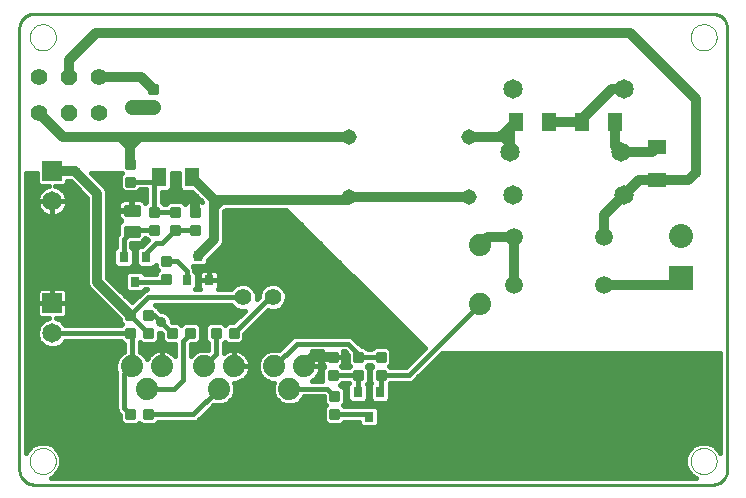
<source format=gtl>
G75*
G70*
%OFA0B0*%
%FSLAX24Y24*%
%IPPOS*%
%LPD*%
%AMOC8*
5,1,8,0,0,1.08239X$1,22.5*
%
%ADD10C,0.0100*%
%ADD11C,0.0000*%
%ADD12R,0.0315X0.0354*%
%ADD13C,0.0650*%
%ADD14C,0.0740*%
%ADD15C,0.0087*%
%ADD16R,0.0500X0.0600*%
%ADD17R,0.0600X0.0500*%
%ADD18C,0.0594*%
%ADD19C,0.0560*%
%ADD20R,0.0650X0.0650*%
%ADD21OC8,0.0560*%
%ADD22C,0.0516*%
%ADD23R,0.0800X0.0800*%
%ADD24C,0.0800*%
%ADD25C,0.0160*%
%ADD26C,0.0320*%
%ADD27C,0.0350*%
%ADD28C,0.0500*%
D10*
X001387Y001081D02*
X023987Y001081D01*
X024031Y001083D01*
X024074Y001089D01*
X024116Y001098D01*
X024158Y001111D01*
X024198Y001128D01*
X024237Y001148D01*
X024274Y001171D01*
X024308Y001198D01*
X024341Y001227D01*
X024370Y001260D01*
X024397Y001294D01*
X024420Y001331D01*
X024440Y001370D01*
X024457Y001410D01*
X024470Y001452D01*
X024479Y001494D01*
X024485Y001537D01*
X024487Y001581D01*
X024487Y016281D01*
X024485Y016325D01*
X024479Y016368D01*
X024470Y016410D01*
X024457Y016452D01*
X024440Y016492D01*
X024420Y016531D01*
X024397Y016568D01*
X024370Y016602D01*
X024341Y016635D01*
X024308Y016664D01*
X024274Y016691D01*
X024237Y016714D01*
X024198Y016734D01*
X024158Y016751D01*
X024116Y016764D01*
X024074Y016773D01*
X024031Y016779D01*
X023987Y016781D01*
X001387Y016781D01*
X001343Y016779D01*
X001300Y016773D01*
X001258Y016764D01*
X001216Y016751D01*
X001176Y016734D01*
X001137Y016714D01*
X001100Y016691D01*
X001066Y016664D01*
X001033Y016635D01*
X001004Y016602D01*
X000977Y016568D01*
X000954Y016531D01*
X000934Y016492D01*
X000917Y016452D01*
X000904Y016410D01*
X000895Y016368D01*
X000889Y016325D01*
X000887Y016281D01*
X000887Y001581D01*
X000889Y001537D01*
X000895Y001494D01*
X000904Y001452D01*
X000917Y001410D01*
X000934Y001370D01*
X000954Y001331D01*
X000977Y001294D01*
X001004Y001260D01*
X001033Y001227D01*
X001066Y001198D01*
X001100Y001171D01*
X001137Y001148D01*
X001176Y001128D01*
X001216Y001111D01*
X001258Y001098D01*
X001300Y001089D01*
X001343Y001083D01*
X001387Y001081D01*
X004412Y009381D02*
X004412Y009681D01*
X004862Y009681D01*
X004862Y009381D01*
X004412Y009381D01*
X004412Y009480D02*
X004862Y009480D01*
X004862Y009579D02*
X004412Y009579D01*
X004412Y009678D02*
X004862Y009678D01*
X004412Y010081D02*
X004412Y010381D01*
X004862Y010381D01*
X004862Y010081D01*
X004412Y010081D01*
X004412Y010180D02*
X004862Y010180D01*
X004862Y010279D02*
X004412Y010279D01*
X004412Y010378D02*
X004862Y010378D01*
D11*
X001241Y015994D02*
X001243Y016035D01*
X001249Y016076D01*
X001259Y016116D01*
X001272Y016155D01*
X001289Y016192D01*
X001310Y016228D01*
X001334Y016262D01*
X001361Y016293D01*
X001390Y016321D01*
X001423Y016347D01*
X001457Y016369D01*
X001494Y016388D01*
X001532Y016403D01*
X001572Y016415D01*
X001612Y016423D01*
X001653Y016427D01*
X001695Y016427D01*
X001736Y016423D01*
X001776Y016415D01*
X001816Y016403D01*
X001854Y016388D01*
X001890Y016369D01*
X001925Y016347D01*
X001958Y016321D01*
X001987Y016293D01*
X002014Y016262D01*
X002038Y016228D01*
X002059Y016192D01*
X002076Y016155D01*
X002089Y016116D01*
X002099Y016076D01*
X002105Y016035D01*
X002107Y015994D01*
X002105Y015953D01*
X002099Y015912D01*
X002089Y015872D01*
X002076Y015833D01*
X002059Y015796D01*
X002038Y015760D01*
X002014Y015726D01*
X001987Y015695D01*
X001958Y015667D01*
X001925Y015641D01*
X001891Y015619D01*
X001854Y015600D01*
X001816Y015585D01*
X001776Y015573D01*
X001736Y015565D01*
X001695Y015561D01*
X001653Y015561D01*
X001612Y015565D01*
X001572Y015573D01*
X001532Y015585D01*
X001494Y015600D01*
X001458Y015619D01*
X001423Y015641D01*
X001390Y015667D01*
X001361Y015695D01*
X001334Y015726D01*
X001310Y015760D01*
X001289Y015796D01*
X001272Y015833D01*
X001259Y015872D01*
X001249Y015912D01*
X001243Y015953D01*
X001241Y015994D01*
X023266Y015994D02*
X023268Y016035D01*
X023274Y016076D01*
X023284Y016116D01*
X023297Y016155D01*
X023314Y016192D01*
X023335Y016228D01*
X023359Y016262D01*
X023386Y016293D01*
X023415Y016321D01*
X023448Y016347D01*
X023482Y016369D01*
X023519Y016388D01*
X023557Y016403D01*
X023597Y016415D01*
X023637Y016423D01*
X023678Y016427D01*
X023720Y016427D01*
X023761Y016423D01*
X023801Y016415D01*
X023841Y016403D01*
X023879Y016388D01*
X023915Y016369D01*
X023950Y016347D01*
X023983Y016321D01*
X024012Y016293D01*
X024039Y016262D01*
X024063Y016228D01*
X024084Y016192D01*
X024101Y016155D01*
X024114Y016116D01*
X024124Y016076D01*
X024130Y016035D01*
X024132Y015994D01*
X024130Y015953D01*
X024124Y015912D01*
X024114Y015872D01*
X024101Y015833D01*
X024084Y015796D01*
X024063Y015760D01*
X024039Y015726D01*
X024012Y015695D01*
X023983Y015667D01*
X023950Y015641D01*
X023916Y015619D01*
X023879Y015600D01*
X023841Y015585D01*
X023801Y015573D01*
X023761Y015565D01*
X023720Y015561D01*
X023678Y015561D01*
X023637Y015565D01*
X023597Y015573D01*
X023557Y015585D01*
X023519Y015600D01*
X023483Y015619D01*
X023448Y015641D01*
X023415Y015667D01*
X023386Y015695D01*
X023359Y015726D01*
X023335Y015760D01*
X023314Y015796D01*
X023297Y015833D01*
X023284Y015872D01*
X023274Y015912D01*
X023268Y015953D01*
X023266Y015994D01*
X023266Y001868D02*
X023268Y001909D01*
X023274Y001950D01*
X023284Y001990D01*
X023297Y002029D01*
X023314Y002066D01*
X023335Y002102D01*
X023359Y002136D01*
X023386Y002167D01*
X023415Y002195D01*
X023448Y002221D01*
X023482Y002243D01*
X023519Y002262D01*
X023557Y002277D01*
X023597Y002289D01*
X023637Y002297D01*
X023678Y002301D01*
X023720Y002301D01*
X023761Y002297D01*
X023801Y002289D01*
X023841Y002277D01*
X023879Y002262D01*
X023915Y002243D01*
X023950Y002221D01*
X023983Y002195D01*
X024012Y002167D01*
X024039Y002136D01*
X024063Y002102D01*
X024084Y002066D01*
X024101Y002029D01*
X024114Y001990D01*
X024124Y001950D01*
X024130Y001909D01*
X024132Y001868D01*
X024130Y001827D01*
X024124Y001786D01*
X024114Y001746D01*
X024101Y001707D01*
X024084Y001670D01*
X024063Y001634D01*
X024039Y001600D01*
X024012Y001569D01*
X023983Y001541D01*
X023950Y001515D01*
X023916Y001493D01*
X023879Y001474D01*
X023841Y001459D01*
X023801Y001447D01*
X023761Y001439D01*
X023720Y001435D01*
X023678Y001435D01*
X023637Y001439D01*
X023597Y001447D01*
X023557Y001459D01*
X023519Y001474D01*
X023483Y001493D01*
X023448Y001515D01*
X023415Y001541D01*
X023386Y001569D01*
X023359Y001600D01*
X023335Y001634D01*
X023314Y001670D01*
X023297Y001707D01*
X023284Y001746D01*
X023274Y001786D01*
X023268Y001827D01*
X023266Y001868D01*
X001241Y001868D02*
X001243Y001909D01*
X001249Y001950D01*
X001259Y001990D01*
X001272Y002029D01*
X001289Y002066D01*
X001310Y002102D01*
X001334Y002136D01*
X001361Y002167D01*
X001390Y002195D01*
X001423Y002221D01*
X001457Y002243D01*
X001494Y002262D01*
X001532Y002277D01*
X001572Y002289D01*
X001612Y002297D01*
X001653Y002301D01*
X001695Y002301D01*
X001736Y002297D01*
X001776Y002289D01*
X001816Y002277D01*
X001854Y002262D01*
X001890Y002243D01*
X001925Y002221D01*
X001958Y002195D01*
X001987Y002167D01*
X002014Y002136D01*
X002038Y002102D01*
X002059Y002066D01*
X002076Y002029D01*
X002089Y001990D01*
X002099Y001950D01*
X002105Y001909D01*
X002107Y001868D01*
X002105Y001827D01*
X002099Y001786D01*
X002089Y001746D01*
X002076Y001707D01*
X002059Y001670D01*
X002038Y001634D01*
X002014Y001600D01*
X001987Y001569D01*
X001958Y001541D01*
X001925Y001515D01*
X001891Y001493D01*
X001854Y001474D01*
X001816Y001459D01*
X001776Y001447D01*
X001736Y001439D01*
X001695Y001435D01*
X001653Y001435D01*
X001612Y001439D01*
X001572Y001447D01*
X001532Y001459D01*
X001494Y001474D01*
X001458Y001493D01*
X001423Y001515D01*
X001390Y001541D01*
X001361Y001569D01*
X001334Y001600D01*
X001310Y001634D01*
X001289Y001670D01*
X001272Y001707D01*
X001259Y001746D01*
X001249Y001786D01*
X001243Y001827D01*
X001241Y001868D01*
D12*
X012163Y004175D03*
X012911Y004175D03*
X012537Y003348D03*
X007211Y007887D03*
X006463Y007887D03*
X004737Y007848D03*
X005111Y008675D03*
X004363Y008675D03*
X006837Y008714D03*
D13*
X001987Y010531D03*
X001987Y006131D03*
X017337Y010731D03*
X017237Y012181D03*
X020937Y012181D03*
X021037Y010731D03*
X021037Y014281D03*
X017337Y014281D03*
D14*
X016237Y009065D03*
X016237Y007097D03*
X010387Y005031D03*
X009387Y005031D03*
X008037Y005031D03*
X007037Y005031D03*
X005637Y005031D03*
X004637Y005031D03*
X005137Y004281D03*
X007537Y004281D03*
X009887Y004281D03*
D15*
X011205Y004599D02*
X011205Y004863D01*
X011469Y004863D01*
X011469Y004599D01*
X011205Y004599D01*
X011205Y004685D02*
X011469Y004685D01*
X011469Y004771D02*
X011205Y004771D01*
X011205Y004857D02*
X011469Y004857D01*
X012319Y004863D02*
X012319Y004599D01*
X012055Y004599D01*
X012055Y004863D01*
X012319Y004863D01*
X012319Y004685D02*
X012055Y004685D01*
X012055Y004771D02*
X012319Y004771D01*
X012319Y004857D02*
X012055Y004857D01*
X013069Y004863D02*
X013069Y004599D01*
X012805Y004599D01*
X012805Y004863D01*
X013069Y004863D01*
X013069Y004685D02*
X012805Y004685D01*
X012805Y004771D02*
X013069Y004771D01*
X013069Y004857D02*
X012805Y004857D01*
X013069Y005199D02*
X013069Y005463D01*
X013069Y005199D02*
X012805Y005199D01*
X012805Y005463D01*
X013069Y005463D01*
X013069Y005285D02*
X012805Y005285D01*
X012805Y005371D02*
X013069Y005371D01*
X013069Y005457D02*
X012805Y005457D01*
X012319Y005463D02*
X012319Y005199D01*
X012055Y005199D01*
X012055Y005463D01*
X012319Y005463D01*
X012319Y005285D02*
X012055Y005285D01*
X012055Y005371D02*
X012319Y005371D01*
X012319Y005457D02*
X012055Y005457D01*
X011205Y005463D02*
X011205Y005199D01*
X011205Y005463D02*
X011469Y005463D01*
X011469Y005199D01*
X011205Y005199D01*
X011205Y005285D02*
X011469Y005285D01*
X011469Y005371D02*
X011205Y005371D01*
X011205Y005457D02*
X011469Y005457D01*
X008169Y005999D02*
X007905Y005999D01*
X007905Y006263D01*
X008169Y006263D01*
X008169Y005999D01*
X008169Y006085D02*
X007905Y006085D01*
X007905Y006171D02*
X008169Y006171D01*
X008169Y006257D02*
X007905Y006257D01*
X007569Y005999D02*
X007305Y005999D01*
X007305Y006263D01*
X007569Y006263D01*
X007569Y005999D01*
X007569Y006085D02*
X007305Y006085D01*
X007305Y006171D02*
X007569Y006171D01*
X007569Y006257D02*
X007305Y006257D01*
X006719Y006263D02*
X006455Y006263D01*
X006719Y006263D02*
X006719Y005999D01*
X006455Y005999D01*
X006455Y006263D01*
X006455Y006085D02*
X006719Y006085D01*
X006719Y006171D02*
X006455Y006171D01*
X006455Y006257D02*
X006719Y006257D01*
X006119Y006263D02*
X005855Y006263D01*
X006119Y006263D02*
X006119Y005999D01*
X005855Y005999D01*
X005855Y006263D01*
X005855Y006085D02*
X006119Y006085D01*
X006119Y006171D02*
X005855Y006171D01*
X005855Y006257D02*
X006119Y006257D01*
X005319Y006263D02*
X005055Y006263D01*
X005319Y006263D02*
X005319Y005999D01*
X005055Y005999D01*
X005055Y006263D01*
X005055Y006085D02*
X005319Y006085D01*
X005319Y006171D02*
X005055Y006171D01*
X005055Y006257D02*
X005319Y006257D01*
X004719Y006263D02*
X004455Y006263D01*
X004719Y006263D02*
X004719Y005999D01*
X004455Y005999D01*
X004455Y006263D01*
X004455Y006085D02*
X004719Y006085D01*
X004719Y006171D02*
X004455Y006171D01*
X004455Y006257D02*
X004719Y006257D01*
X004719Y006863D02*
X004455Y006863D01*
X004719Y006863D02*
X004719Y006599D01*
X004455Y006599D01*
X004455Y006863D01*
X004455Y006685D02*
X004719Y006685D01*
X004719Y006771D02*
X004455Y006771D01*
X004455Y006857D02*
X004719Y006857D01*
X005055Y006863D02*
X005319Y006863D01*
X005319Y006599D01*
X005055Y006599D01*
X005055Y006863D01*
X005055Y006685D02*
X005319Y006685D01*
X005319Y006771D02*
X005055Y006771D01*
X005055Y006857D02*
X005319Y006857D01*
X005655Y007799D02*
X005655Y008063D01*
X005919Y008063D01*
X005919Y007799D01*
X005655Y007799D01*
X005655Y007885D02*
X005919Y007885D01*
X005919Y007971D02*
X005655Y007971D01*
X005655Y008057D02*
X005919Y008057D01*
X005655Y008399D02*
X005655Y008663D01*
X005919Y008663D01*
X005919Y008399D01*
X005655Y008399D01*
X005655Y008485D02*
X005919Y008485D01*
X005919Y008571D02*
X005655Y008571D01*
X005655Y008657D02*
X005919Y008657D01*
X006219Y009449D02*
X006219Y009713D01*
X006219Y009449D02*
X005955Y009449D01*
X005955Y009713D01*
X006219Y009713D01*
X006219Y009535D02*
X005955Y009535D01*
X005955Y009621D02*
X006219Y009621D01*
X006219Y009707D02*
X005955Y009707D01*
X005519Y009713D02*
X005519Y009449D01*
X005255Y009449D01*
X005255Y009713D01*
X005519Y009713D01*
X005519Y009535D02*
X005255Y009535D01*
X005255Y009621D02*
X005519Y009621D01*
X005519Y009707D02*
X005255Y009707D01*
X005519Y010049D02*
X005519Y010313D01*
X005519Y010049D02*
X005255Y010049D01*
X005255Y010313D01*
X005519Y010313D01*
X005519Y010135D02*
X005255Y010135D01*
X005255Y010221D02*
X005519Y010221D01*
X005519Y010307D02*
X005255Y010307D01*
X006219Y010313D02*
X006219Y010049D01*
X005955Y010049D01*
X005955Y010313D01*
X006219Y010313D01*
X006219Y010135D02*
X005955Y010135D01*
X005955Y010221D02*
X006219Y010221D01*
X006219Y010307D02*
X005955Y010307D01*
X006605Y010313D02*
X006605Y010049D01*
X006605Y010313D02*
X006869Y010313D01*
X006869Y010049D01*
X006605Y010049D01*
X006605Y010135D02*
X006869Y010135D01*
X006869Y010221D02*
X006605Y010221D01*
X006605Y010307D02*
X006869Y010307D01*
X006605Y009713D02*
X006605Y009449D01*
X006605Y009713D02*
X006869Y009713D01*
X006869Y009449D01*
X006605Y009449D01*
X006605Y009535D02*
X006869Y009535D01*
X006869Y009621D02*
X006605Y009621D01*
X006605Y009707D02*
X006869Y009707D01*
X004719Y011049D02*
X004719Y011313D01*
X004719Y011049D02*
X004455Y011049D01*
X004455Y011313D01*
X004719Y011313D01*
X004719Y011135D02*
X004455Y011135D01*
X004455Y011221D02*
X004719Y011221D01*
X004719Y011307D02*
X004455Y011307D01*
X004719Y011649D02*
X004719Y011913D01*
X004719Y011649D02*
X004455Y011649D01*
X004455Y011913D01*
X004719Y011913D01*
X004719Y011735D02*
X004455Y011735D01*
X004455Y011821D02*
X004719Y011821D01*
X004719Y011907D02*
X004455Y011907D01*
X005469Y013549D02*
X005469Y013813D01*
X005469Y013549D02*
X005205Y013549D01*
X005205Y013813D01*
X005469Y013813D01*
X005469Y013635D02*
X005205Y013635D01*
X005205Y013721D02*
X005469Y013721D01*
X005469Y013807D02*
X005205Y013807D01*
X005469Y014149D02*
X005469Y014413D01*
X005469Y014149D02*
X005205Y014149D01*
X005205Y014413D01*
X005469Y014413D01*
X005469Y014235D02*
X005205Y014235D01*
X005205Y014321D02*
X005469Y014321D01*
X005469Y014407D02*
X005205Y014407D01*
X011255Y004163D02*
X011255Y003899D01*
X011255Y004163D02*
X011519Y004163D01*
X011519Y003899D01*
X011255Y003899D01*
X011255Y003985D02*
X011519Y003985D01*
X011519Y004071D02*
X011255Y004071D01*
X011255Y004157D02*
X011519Y004157D01*
X011255Y003563D02*
X011255Y003299D01*
X011255Y003563D02*
X011519Y003563D01*
X011519Y003299D01*
X011255Y003299D01*
X011255Y003385D02*
X011519Y003385D01*
X011519Y003471D02*
X011255Y003471D01*
X011255Y003557D02*
X011519Y003557D01*
X005319Y003299D02*
X005055Y003299D01*
X005055Y003563D01*
X005319Y003563D01*
X005319Y003299D01*
X005319Y003385D02*
X005055Y003385D01*
X005055Y003471D02*
X005319Y003471D01*
X005319Y003557D02*
X005055Y003557D01*
X004719Y003299D02*
X004455Y003299D01*
X004455Y003563D01*
X004719Y003563D01*
X004719Y003299D01*
X004719Y003385D02*
X004455Y003385D01*
X004455Y003471D02*
X004719Y003471D01*
X004719Y003557D02*
X004455Y003557D01*
D16*
X005537Y011331D03*
X006637Y011331D03*
X017437Y013181D03*
X018537Y013181D03*
X019637Y013181D03*
X020737Y013181D03*
D17*
X022137Y012331D03*
X022137Y011231D03*
D18*
X020387Y009331D03*
X017387Y009331D03*
X017387Y007731D03*
X020387Y007731D03*
D19*
X009337Y007331D03*
X008337Y007331D03*
X003537Y013481D03*
X001537Y013481D03*
X001537Y014681D03*
X003537Y014681D03*
D20*
X001987Y011531D03*
X001987Y007131D03*
D21*
X002537Y013481D03*
X002537Y014681D03*
D22*
X011887Y012681D03*
X015887Y012681D03*
X015887Y010681D03*
X011887Y010681D03*
D23*
X022937Y007981D03*
D24*
X022937Y009381D03*
D25*
X016237Y007097D02*
X013871Y004731D01*
X012937Y004731D01*
X012937Y004201D01*
X012911Y004175D01*
X013248Y004211D02*
X024257Y004211D01*
X024257Y004053D02*
X013248Y004053D01*
X013248Y003923D02*
X013248Y004426D01*
X013229Y004445D01*
X013256Y004471D01*
X013819Y004471D01*
X013923Y004471D01*
X014018Y004511D01*
X014989Y005481D01*
X024257Y005481D01*
X024257Y002125D01*
X024219Y002216D01*
X024046Y002388D01*
X023821Y002481D01*
X023577Y002481D01*
X023352Y002388D01*
X023179Y002216D01*
X023086Y001990D01*
X023086Y001746D01*
X023179Y001521D01*
X023352Y001349D01*
X023443Y001311D01*
X001930Y001311D01*
X002021Y001349D01*
X002194Y001521D01*
X002287Y001746D01*
X002287Y001990D01*
X002194Y002216D01*
X002021Y002388D01*
X001796Y002481D01*
X001552Y002481D01*
X001327Y002388D01*
X001154Y002216D01*
X001117Y002125D01*
X001117Y011481D01*
X001482Y011481D01*
X001482Y011131D01*
X001587Y011026D01*
X001884Y011026D01*
X001868Y011024D01*
X001793Y010999D01*
X001722Y010963D01*
X001658Y010916D01*
X001601Y010860D01*
X001555Y010796D01*
X001519Y010725D01*
X001494Y010649D01*
X001482Y010571D01*
X001482Y010531D01*
X001482Y010491D01*
X001494Y010413D01*
X001519Y010337D01*
X001555Y010266D01*
X001601Y010202D01*
X001658Y010146D01*
X001722Y010099D01*
X001793Y010063D01*
X001868Y010038D01*
X001947Y010026D01*
X001986Y010026D01*
X001986Y010531D01*
X001482Y010531D01*
X001986Y010531D01*
X001986Y010531D01*
X001987Y010531D01*
X002492Y010531D01*
X002492Y010571D01*
X002479Y010649D01*
X002455Y010725D01*
X002419Y010796D01*
X002372Y010860D01*
X002316Y010916D01*
X002251Y010963D01*
X002180Y010999D01*
X002105Y011024D01*
X002089Y011026D01*
X002386Y011026D01*
X002492Y011131D01*
X002492Y011191D01*
X002596Y011191D01*
X003147Y010640D01*
X003147Y007899D01*
X003147Y007763D01*
X003198Y007638D01*
X004232Y006605D01*
X004232Y006507D01*
X004308Y006431D01*
X004268Y006391D01*
X002425Y006391D01*
X002415Y006417D01*
X002273Y006559D01*
X002111Y006626D01*
X002335Y006626D01*
X002381Y006638D01*
X002422Y006662D01*
X002456Y006695D01*
X002479Y006737D01*
X002492Y006782D01*
X002492Y007123D01*
X001994Y007123D01*
X001994Y007139D01*
X001979Y007139D01*
X001979Y007636D01*
X001638Y007636D01*
X001592Y007624D01*
X001551Y007600D01*
X001518Y007567D01*
X001494Y007525D01*
X001482Y007480D01*
X001482Y007139D01*
X001979Y007139D01*
X001979Y007123D01*
X001482Y007123D01*
X001482Y006782D01*
X001494Y006737D01*
X001518Y006695D01*
X001551Y006662D01*
X001592Y006638D01*
X001638Y006626D01*
X001862Y006626D01*
X001701Y006559D01*
X001559Y006417D01*
X001482Y006231D01*
X001482Y006031D01*
X001559Y005845D01*
X001701Y005703D01*
X001886Y005626D01*
X002087Y005626D01*
X002273Y005703D01*
X002415Y005845D01*
X002425Y005871D01*
X004268Y005871D01*
X004363Y005776D01*
X004377Y005776D01*
X004377Y005519D01*
X004325Y005497D01*
X004170Y005343D01*
X004087Y005140D01*
X004087Y004922D01*
X004127Y004825D01*
X004127Y004729D01*
X004127Y003579D01*
X004166Y003484D01*
X004232Y003418D01*
X004232Y003207D01*
X004363Y003076D01*
X004811Y003076D01*
X004887Y003152D01*
X004963Y003076D01*
X005411Y003076D01*
X005506Y003171D01*
X006635Y003171D01*
X006738Y003171D01*
X006834Y003211D01*
X007376Y003752D01*
X007427Y003731D01*
X007646Y003731D01*
X007848Y003815D01*
X008003Y003969D01*
X008087Y004172D01*
X008087Y004390D01*
X008049Y004481D01*
X008080Y004481D01*
X008165Y004495D01*
X008248Y004521D01*
X008325Y004561D01*
X008395Y004611D01*
X008456Y004673D01*
X008507Y004743D01*
X008546Y004820D01*
X008573Y004902D01*
X008587Y004988D01*
X008587Y005031D01*
X008587Y005074D01*
X008573Y005160D01*
X008546Y005242D01*
X008507Y005319D01*
X008456Y005389D01*
X008395Y005451D01*
X008325Y005501D01*
X008248Y005541D01*
X008165Y005567D01*
X008080Y005581D01*
X008037Y005581D01*
X008037Y005031D01*
X008587Y005031D01*
X008037Y005031D01*
X008037Y005031D01*
X008036Y005031D01*
X008036Y005581D01*
X007993Y005581D01*
X007908Y005567D01*
X007825Y005541D01*
X007748Y005501D01*
X007697Y005464D01*
X007697Y005483D01*
X007697Y005812D01*
X007737Y005852D01*
X007813Y005776D01*
X008261Y005776D01*
X008392Y005907D01*
X008392Y006118D01*
X009174Y006901D01*
X009245Y006871D01*
X009428Y006871D01*
X009597Y006941D01*
X009727Y007070D01*
X009797Y007239D01*
X009797Y007423D01*
X009727Y007592D01*
X009597Y007721D01*
X009428Y007791D01*
X009245Y007791D01*
X009076Y007721D01*
X008947Y007592D01*
X008877Y007423D01*
X008877Y007339D01*
X008797Y007259D01*
X008797Y007423D01*
X008727Y007592D01*
X008597Y007721D01*
X008428Y007791D01*
X008245Y007791D01*
X008076Y007721D01*
X007947Y007592D01*
X007946Y007591D01*
X007503Y007591D01*
X007512Y007600D01*
X007536Y007641D01*
X007548Y007686D01*
X007548Y007887D01*
X007211Y007887D01*
X007211Y007887D01*
X007548Y007887D01*
X007548Y008088D01*
X007536Y008134D01*
X007512Y008175D01*
X007479Y008209D01*
X007438Y008232D01*
X007392Y008244D01*
X007211Y008244D01*
X007211Y007888D01*
X007210Y007888D01*
X007210Y008244D01*
X007029Y008244D01*
X006984Y008232D01*
X006943Y008209D01*
X006909Y008175D01*
X006885Y008134D01*
X006873Y008088D01*
X006873Y007887D01*
X006873Y007686D01*
X006885Y007641D01*
X006909Y007600D01*
X006918Y007591D01*
X006755Y007591D01*
X006800Y007636D01*
X006800Y008139D01*
X006723Y008216D01*
X006723Y008257D01*
X006683Y008352D01*
X006678Y008357D01*
X007069Y008357D01*
X007174Y008462D01*
X007174Y008571D01*
X007675Y009071D01*
X007727Y009196D01*
X007727Y009332D01*
X007727Y010190D01*
X007777Y010241D01*
X009785Y010241D01*
X014399Y005627D01*
X013763Y004991D01*
X013256Y004991D01*
X013216Y005031D01*
X013292Y005107D01*
X013292Y005555D01*
X013161Y005686D01*
X012713Y005686D01*
X012618Y005591D01*
X012506Y005591D01*
X012411Y005686D01*
X012299Y005686D01*
X012057Y005928D01*
X011984Y006001D01*
X011888Y006041D01*
X010188Y006041D01*
X010085Y006041D01*
X009989Y006001D01*
X009548Y005560D01*
X009496Y005581D01*
X009277Y005581D01*
X009075Y005497D01*
X008920Y005343D01*
X008837Y005140D01*
X008837Y004922D01*
X008920Y004719D01*
X009075Y004565D01*
X009277Y004481D01*
X009374Y004481D01*
X009337Y004390D01*
X009337Y004172D01*
X009420Y003969D01*
X009575Y003815D01*
X009777Y003731D01*
X009996Y003731D01*
X010198Y003815D01*
X010353Y003969D01*
X010374Y004021D01*
X011029Y004021D01*
X011032Y004018D01*
X011032Y003807D01*
X011108Y003731D01*
X011032Y003655D01*
X011032Y003207D01*
X011163Y003076D01*
X011611Y003076D01*
X011706Y003171D01*
X012199Y003171D01*
X012199Y003096D01*
X012305Y002991D01*
X012769Y002991D01*
X012874Y003096D01*
X012874Y003600D01*
X012769Y003705D01*
X012305Y003705D01*
X012290Y003691D01*
X011706Y003691D01*
X011666Y003731D01*
X011742Y003807D01*
X011742Y004255D01*
X011611Y004386D01*
X011570Y004386D01*
X011656Y004471D01*
X011868Y004471D01*
X011869Y004470D01*
X011825Y004426D01*
X011825Y003923D01*
X011931Y003818D01*
X012395Y003818D01*
X012500Y003923D01*
X012500Y004426D01*
X012480Y004446D01*
X012542Y004507D01*
X012542Y004955D01*
X012466Y005031D01*
X012506Y005071D01*
X012618Y005071D01*
X012658Y005031D01*
X012582Y004955D01*
X012582Y004507D01*
X012618Y004471D01*
X012573Y004426D01*
X012573Y003923D01*
X012679Y003818D01*
X013143Y003818D01*
X013248Y003923D01*
X013219Y003894D02*
X024257Y003894D01*
X024257Y003736D02*
X011670Y003736D01*
X011742Y003894D02*
X011854Y003894D01*
X011825Y004053D02*
X011742Y004053D01*
X011742Y004211D02*
X011825Y004211D01*
X011825Y004370D02*
X011627Y004370D01*
X011387Y004031D02*
X011137Y004281D01*
X009887Y004281D01*
X009337Y004211D02*
X008087Y004211D01*
X008087Y004370D02*
X009337Y004370D01*
X009163Y004528D02*
X008261Y004528D01*
X008466Y004687D02*
X008953Y004687D01*
X008868Y004845D02*
X008555Y004845D01*
X008587Y005004D02*
X008837Y005004D01*
X008846Y005162D02*
X008572Y005162D01*
X008506Y005321D02*
X008911Y005321D01*
X009057Y005479D02*
X008355Y005479D01*
X008037Y005479D02*
X008036Y005479D01*
X008036Y005321D02*
X008037Y005321D01*
X008036Y005162D02*
X008037Y005162D01*
X007718Y005479D02*
X007697Y005479D01*
X007697Y005638D02*
X009626Y005638D01*
X009785Y005797D02*
X008281Y005797D01*
X008392Y005955D02*
X009943Y005955D01*
X010137Y005781D02*
X009387Y005031D01*
X010387Y005031D02*
X010937Y005031D01*
X010937Y005074D01*
X010923Y005160D01*
X010896Y005242D01*
X010857Y005319D01*
X010806Y005389D01*
X010745Y005451D01*
X010675Y005501D01*
X010636Y005521D01*
X010989Y005521D01*
X010982Y005492D01*
X010982Y005339D01*
X011329Y005339D01*
X011329Y005323D01*
X010982Y005323D01*
X010982Y005170D01*
X010997Y005113D01*
X011026Y005062D01*
X011058Y005031D01*
X010982Y004955D01*
X010982Y004541D01*
X010636Y004541D01*
X010675Y004561D01*
X010745Y004611D01*
X010806Y004673D01*
X010857Y004743D01*
X010896Y004820D01*
X010923Y004902D01*
X010937Y004988D01*
X010937Y005031D01*
X010387Y005031D01*
X010387Y005031D01*
X010905Y004845D02*
X010982Y004845D01*
X010982Y004687D02*
X010816Y004687D01*
X011337Y004731D02*
X012187Y004731D01*
X012163Y004707D01*
X012163Y004175D01*
X012500Y004211D02*
X012573Y004211D01*
X012573Y004053D02*
X012500Y004053D01*
X012471Y003894D02*
X012602Y003894D01*
X012874Y003577D02*
X024257Y003577D01*
X024257Y003418D02*
X012874Y003418D01*
X012874Y003260D02*
X024257Y003260D01*
X024257Y003101D02*
X012874Y003101D01*
X012537Y003348D02*
X012454Y003431D01*
X011387Y003431D01*
X011032Y003418D02*
X007042Y003418D01*
X006883Y003260D02*
X011032Y003260D01*
X011137Y003101D02*
X005436Y003101D01*
X004937Y003101D02*
X004836Y003101D01*
X004337Y003101D02*
X001117Y003101D01*
X001117Y002943D02*
X024257Y002943D01*
X024257Y002784D02*
X001117Y002784D01*
X001117Y002626D02*
X024257Y002626D01*
X024257Y002467D02*
X023856Y002467D01*
X024126Y002309D02*
X024257Y002309D01*
X024246Y002150D02*
X024257Y002150D01*
X023543Y002467D02*
X001830Y002467D01*
X001518Y002467D02*
X001117Y002467D01*
X001117Y002309D02*
X001247Y002309D01*
X001127Y002150D02*
X001117Y002150D01*
X002101Y002309D02*
X023272Y002309D01*
X023152Y002150D02*
X002221Y002150D01*
X002287Y001992D02*
X023087Y001992D01*
X023086Y001833D02*
X002287Y001833D01*
X002257Y001674D02*
X023116Y001674D01*
X023185Y001516D02*
X002188Y001516D01*
X002030Y001357D02*
X023343Y001357D01*
X024257Y004370D02*
X013248Y004370D01*
X012573Y004370D02*
X012500Y004370D01*
X012542Y004528D02*
X012582Y004528D01*
X012582Y004687D02*
X012542Y004687D01*
X012542Y004845D02*
X012582Y004845D01*
X012631Y005004D02*
X012493Y005004D01*
X011908Y005031D02*
X011868Y004991D01*
X011656Y004991D01*
X011616Y005031D01*
X011647Y005062D01*
X011676Y005113D01*
X011692Y005170D01*
X011692Y005323D01*
X011344Y005323D01*
X011344Y005339D01*
X011692Y005339D01*
X011692Y005492D01*
X011684Y005521D01*
X011729Y005521D01*
X011832Y005418D01*
X011832Y005107D01*
X011908Y005031D01*
X011881Y005004D02*
X011643Y005004D01*
X011689Y005162D02*
X011832Y005162D01*
X011832Y005321D02*
X011692Y005321D01*
X011692Y005479D02*
X011770Y005479D01*
X011837Y005781D02*
X012187Y005431D01*
X012187Y005331D01*
X012937Y005331D01*
X013292Y005321D02*
X014093Y005321D01*
X013935Y005162D02*
X013292Y005162D01*
X013243Y005004D02*
X013776Y005004D01*
X014353Y004845D02*
X024257Y004845D01*
X024257Y004687D02*
X014194Y004687D01*
X014036Y004528D02*
X024257Y004528D01*
X024257Y005004D02*
X014511Y005004D01*
X014670Y005162D02*
X024257Y005162D01*
X024257Y005321D02*
X014828Y005321D01*
X014987Y005479D02*
X024257Y005479D01*
X014388Y005638D02*
X013209Y005638D01*
X013292Y005479D02*
X014252Y005479D01*
X014229Y005797D02*
X012189Y005797D01*
X012030Y005955D02*
X014071Y005955D01*
X013912Y006114D02*
X008392Y006114D01*
X008545Y006272D02*
X013754Y006272D01*
X013595Y006431D02*
X008704Y006431D01*
X008863Y006589D02*
X013437Y006589D01*
X013278Y006748D02*
X009021Y006748D01*
X009513Y006906D02*
X013119Y006906D01*
X012961Y007065D02*
X009721Y007065D01*
X009790Y007223D02*
X012802Y007223D01*
X012644Y007382D02*
X009797Y007382D01*
X009748Y007541D02*
X012485Y007541D01*
X012327Y007699D02*
X009619Y007699D01*
X009054Y007699D02*
X008619Y007699D01*
X008748Y007541D02*
X008926Y007541D01*
X008877Y007382D02*
X008797Y007382D01*
X009237Y007331D02*
X008037Y006131D01*
X008137Y006231D01*
X007813Y006486D02*
X007737Y006410D01*
X007661Y006486D01*
X007213Y006486D01*
X007082Y006355D01*
X007082Y005907D01*
X007177Y005812D01*
X007177Y005568D01*
X007146Y005581D01*
X006927Y005581D01*
X006725Y005497D01*
X006597Y005369D01*
X006597Y005773D01*
X006599Y005776D01*
X006811Y005776D01*
X006942Y005907D01*
X006942Y006355D01*
X006811Y006486D01*
X006363Y006486D01*
X006287Y006410D01*
X006211Y006486D01*
X005999Y006486D01*
X005967Y006519D01*
X005967Y006577D01*
X005913Y006707D01*
X005813Y006807D01*
X005682Y006861D01*
X005624Y006861D01*
X005542Y006944D01*
X005542Y006955D01*
X005425Y007071D01*
X007946Y007071D01*
X007947Y007070D01*
X008076Y006941D01*
X008245Y006871D01*
X008409Y006871D01*
X008024Y006486D01*
X007813Y006486D01*
X007757Y006431D02*
X007716Y006431D01*
X007437Y006131D02*
X007437Y005431D01*
X007037Y005031D01*
X006077Y005361D02*
X006056Y005389D01*
X005995Y005451D01*
X005925Y005501D01*
X005848Y005541D01*
X005765Y005567D01*
X005680Y005581D01*
X005637Y005581D01*
X005637Y005031D01*
X005636Y005031D01*
X005636Y005581D01*
X005593Y005581D01*
X005508Y005567D01*
X005425Y005541D01*
X005348Y005501D01*
X005278Y005451D01*
X005217Y005389D01*
X005166Y005319D01*
X005137Y005261D01*
X005103Y005343D01*
X004948Y005497D01*
X004897Y005519D01*
X004897Y005842D01*
X004963Y005776D01*
X005411Y005776D01*
X005542Y005907D01*
X005542Y006151D01*
X005599Y006151D01*
X005632Y006118D01*
X005632Y005907D01*
X005763Y005776D01*
X006077Y005776D01*
X006077Y005361D01*
X006077Y005479D02*
X005955Y005479D01*
X006077Y005638D02*
X004897Y005638D01*
X004897Y005797D02*
X004942Y005797D01*
X004637Y006081D02*
X004587Y006131D01*
X001987Y006131D01*
X001482Y006114D02*
X001117Y006114D01*
X001117Y006272D02*
X001499Y006272D01*
X001572Y006431D02*
X001117Y006431D01*
X001117Y006589D02*
X001774Y006589D01*
X001491Y006748D02*
X001117Y006748D01*
X001117Y006906D02*
X001482Y006906D01*
X001482Y007065D02*
X001117Y007065D01*
X001117Y007223D02*
X001482Y007223D01*
X001482Y007382D02*
X001117Y007382D01*
X001117Y007541D02*
X001503Y007541D01*
X001117Y007699D02*
X003173Y007699D01*
X003147Y007858D02*
X001117Y007858D01*
X001117Y008016D02*
X003147Y008016D01*
X003147Y008175D02*
X001117Y008175D01*
X001117Y008333D02*
X003147Y008333D01*
X003147Y008492D02*
X001117Y008492D01*
X001117Y008650D02*
X003147Y008650D01*
X003147Y008809D02*
X001117Y008809D01*
X001117Y008967D02*
X003147Y008967D01*
X003147Y009126D02*
X001117Y009126D01*
X001117Y009285D02*
X003147Y009285D01*
X003147Y009443D02*
X001117Y009443D01*
X001117Y009602D02*
X003147Y009602D01*
X003147Y009760D02*
X001117Y009760D01*
X001117Y009919D02*
X003147Y009919D01*
X003147Y010077D02*
X002208Y010077D01*
X002180Y010063D02*
X002251Y010099D01*
X002316Y010146D01*
X002372Y010202D01*
X002419Y010266D01*
X002455Y010337D01*
X002479Y010413D01*
X002492Y010491D01*
X002492Y010531D01*
X001987Y010531D01*
X001987Y010531D01*
X001987Y010026D01*
X002026Y010026D01*
X002105Y010038D01*
X002180Y010063D01*
X001987Y010077D02*
X001986Y010077D01*
X001986Y010236D02*
X001987Y010236D01*
X001986Y010394D02*
X001987Y010394D01*
X002396Y010236D02*
X003147Y010236D01*
X003147Y010394D02*
X002473Y010394D01*
X002492Y010553D02*
X003147Y010553D01*
X003075Y010711D02*
X002459Y010711D01*
X002362Y010870D02*
X002917Y010870D01*
X002758Y011029D02*
X002389Y011029D01*
X002492Y011187D02*
X002600Y011187D01*
X003267Y011481D02*
X004308Y011481D01*
X004232Y011405D01*
X004232Y010957D01*
X004363Y010826D01*
X004811Y010826D01*
X004906Y010921D01*
X005127Y010921D01*
X005127Y010500D01*
X005080Y010454D01*
X005065Y010490D01*
X005040Y010528D01*
X005008Y010560D01*
X004971Y010585D01*
X004929Y010602D01*
X004884Y010611D01*
X004657Y010611D01*
X004657Y010251D01*
X004617Y010251D01*
X004617Y010611D01*
X004389Y010611D01*
X004344Y010602D01*
X004303Y010585D01*
X004265Y010560D01*
X004233Y010528D01*
X004208Y010490D01*
X004190Y010448D01*
X004182Y010404D01*
X004182Y010251D01*
X004616Y010251D01*
X004616Y010211D01*
X004182Y010211D01*
X004182Y010058D01*
X004190Y010014D01*
X004208Y009972D01*
X004233Y009934D01*
X004265Y009902D01*
X004291Y009885D01*
X004182Y009776D01*
X004182Y009444D01*
X004142Y009404D01*
X004103Y009309D01*
X004103Y009004D01*
X004025Y008926D01*
X004025Y008423D01*
X004131Y008318D01*
X004595Y008318D01*
X004700Y008423D01*
X004700Y008926D01*
X004623Y009004D01*
X004623Y009149D01*
X004624Y009151D01*
X004957Y009151D01*
X005092Y009286D01*
X005092Y009297D01*
X005163Y009226D01*
X005164Y009226D01*
X004970Y009032D01*
X004879Y009032D01*
X004773Y008926D01*
X004773Y008423D01*
X004879Y008318D01*
X005343Y008318D01*
X005432Y008407D01*
X005432Y008307D01*
X005508Y008231D01*
X005432Y008155D01*
X005432Y008108D01*
X005066Y008108D01*
X004969Y008205D01*
X004505Y008205D01*
X004399Y008100D01*
X004399Y007596D01*
X004505Y007491D01*
X004969Y007491D01*
X005066Y007588D01*
X005128Y007588D01*
X005039Y007551D01*
X004643Y007155D01*
X003827Y007972D01*
X003827Y010849D01*
X003775Y010974D01*
X003679Y011069D01*
X003267Y011481D01*
X003403Y011346D02*
X004232Y011346D01*
X004308Y011481D02*
X004308Y011481D01*
X004232Y011187D02*
X003561Y011187D01*
X003720Y011029D02*
X004232Y011029D01*
X004319Y010870D02*
X003818Y010870D01*
X003827Y010711D02*
X005127Y010711D01*
X005127Y010553D02*
X005015Y010553D01*
X004657Y010553D02*
X004617Y010553D01*
X004617Y010394D02*
X004657Y010394D01*
X004616Y010236D02*
X003827Y010236D01*
X003827Y010394D02*
X004182Y010394D01*
X004258Y010553D02*
X003827Y010553D01*
X004854Y010870D02*
X005127Y010870D01*
X005387Y011181D02*
X004587Y011181D01*
X005387Y011181D02*
X005537Y011331D01*
X005387Y011181D02*
X005387Y010181D01*
X006087Y010181D01*
X005768Y010441D02*
X005706Y010441D01*
X005647Y010500D01*
X005647Y010851D01*
X005861Y010851D01*
X005967Y010956D01*
X005967Y011481D01*
X006207Y011481D01*
X006207Y010956D01*
X006312Y010851D01*
X006636Y010851D01*
X006982Y010504D01*
X006954Y010521D01*
X006897Y010536D01*
X006744Y010536D01*
X006744Y010189D01*
X006729Y010189D01*
X006729Y010536D01*
X006576Y010536D01*
X006519Y010521D01*
X006468Y010491D01*
X006426Y010450D01*
X006416Y010431D01*
X006311Y010536D01*
X005863Y010536D01*
X005768Y010441D01*
X005647Y010553D02*
X006934Y010553D01*
X006775Y010711D02*
X005647Y010711D01*
X005880Y010870D02*
X006293Y010870D01*
X006207Y011029D02*
X005967Y011029D01*
X005967Y011187D02*
X006207Y011187D01*
X006207Y011346D02*
X005967Y011346D01*
X006729Y010394D02*
X006744Y010394D01*
X006729Y010236D02*
X006744Y010236D01*
X007727Y010077D02*
X009949Y010077D01*
X010107Y009919D02*
X007727Y009919D01*
X007727Y009760D02*
X010266Y009760D01*
X010424Y009602D02*
X007727Y009602D01*
X007727Y009443D02*
X010583Y009443D01*
X010741Y009285D02*
X007727Y009285D01*
X007697Y009126D02*
X010900Y009126D01*
X011058Y008967D02*
X007571Y008967D01*
X007412Y008809D02*
X011217Y008809D01*
X011375Y008650D02*
X007254Y008650D01*
X007174Y008492D02*
X011534Y008492D01*
X011693Y008333D02*
X006691Y008333D01*
X006764Y008175D02*
X006909Y008175D01*
X006873Y008016D02*
X006800Y008016D01*
X006873Y007887D02*
X007210Y007887D01*
X006873Y007887D01*
X006873Y007858D02*
X006800Y007858D01*
X006800Y007699D02*
X006873Y007699D01*
X007210Y007887D02*
X007210Y007887D01*
X007210Y008016D02*
X007211Y008016D01*
X007210Y008175D02*
X007211Y008175D01*
X007512Y008175D02*
X011851Y008175D01*
X012010Y008016D02*
X007548Y008016D01*
X007548Y007858D02*
X012168Y007858D01*
X009337Y007331D02*
X009237Y007331D01*
X008337Y007331D02*
X005187Y007331D01*
X004587Y006731D01*
X005187Y006131D01*
X005542Y006114D02*
X005632Y006114D01*
X005632Y005955D02*
X005542Y005955D01*
X005431Y005797D02*
X005742Y005797D01*
X006337Y005881D02*
X006587Y006131D01*
X006942Y006114D02*
X007082Y006114D01*
X007082Y006272D02*
X006942Y006272D01*
X006866Y006431D02*
X007157Y006431D01*
X007082Y005955D02*
X006942Y005955D01*
X006831Y005797D02*
X007177Y005797D01*
X007177Y005638D02*
X006597Y005638D01*
X006597Y005479D02*
X006707Y005479D01*
X006337Y005881D02*
X006337Y004564D01*
X006054Y004281D01*
X005137Y004281D01*
X004127Y004211D02*
X001117Y004211D01*
X001117Y004053D02*
X004127Y004053D01*
X004127Y003894D02*
X001117Y003894D01*
X001117Y003736D02*
X004127Y003736D01*
X004128Y003577D02*
X001117Y003577D01*
X001117Y003418D02*
X004231Y003418D01*
X004232Y003260D02*
X001117Y003260D01*
X001117Y004370D02*
X004127Y004370D01*
X004127Y004528D02*
X001117Y004528D01*
X001117Y004687D02*
X004127Y004687D01*
X004118Y004845D02*
X001117Y004845D01*
X001117Y005004D02*
X004087Y005004D01*
X004096Y005162D02*
X001117Y005162D01*
X001117Y005321D02*
X004161Y005321D01*
X004307Y005479D02*
X001117Y005479D01*
X001117Y005638D02*
X001857Y005638D01*
X002116Y005638D02*
X004377Y005638D01*
X004342Y005797D02*
X002366Y005797D01*
X001607Y005797D02*
X001117Y005797D01*
X001117Y005955D02*
X001513Y005955D01*
X002401Y006431D02*
X004307Y006431D01*
X004232Y006589D02*
X002200Y006589D01*
X002482Y006748D02*
X004089Y006748D01*
X003930Y006906D02*
X002492Y006906D01*
X002492Y007065D02*
X003772Y007065D01*
X003613Y007223D02*
X002492Y007223D01*
X002492Y007139D02*
X002492Y007480D01*
X002479Y007525D01*
X002456Y007567D01*
X002422Y007600D01*
X002381Y007624D01*
X002335Y007636D01*
X001994Y007636D01*
X001994Y007139D01*
X002492Y007139D01*
X002492Y007382D02*
X003455Y007382D01*
X003296Y007541D02*
X002471Y007541D01*
X001994Y007541D02*
X001979Y007541D01*
X001979Y007382D02*
X001994Y007382D01*
X001979Y007223D02*
X001994Y007223D01*
X003941Y007858D02*
X004399Y007858D01*
X004399Y008016D02*
X003827Y008016D01*
X003827Y008175D02*
X004474Y008175D01*
X004610Y008333D02*
X004863Y008333D01*
X004773Y008492D02*
X004700Y008492D01*
X004700Y008650D02*
X004773Y008650D01*
X004773Y008809D02*
X004700Y008809D01*
X004659Y008967D02*
X004814Y008967D01*
X004623Y009126D02*
X005064Y009126D01*
X005090Y009285D02*
X005104Y009285D01*
X005437Y009131D02*
X005637Y009131D01*
X006087Y009581D01*
X006737Y009581D01*
X005387Y009581D02*
X004687Y009581D01*
X004637Y009531D01*
X004363Y009257D01*
X004363Y008675D01*
X004025Y008650D02*
X003827Y008650D01*
X003827Y008492D02*
X004025Y008492D01*
X004115Y008333D02*
X003827Y008333D01*
X003827Y008809D02*
X004025Y008809D01*
X004066Y008967D02*
X003827Y008967D01*
X003827Y009126D02*
X004103Y009126D01*
X004103Y009285D02*
X003827Y009285D01*
X003827Y009443D02*
X004181Y009443D01*
X004182Y009602D02*
X003827Y009602D01*
X003827Y009760D02*
X004182Y009760D01*
X004249Y009919D02*
X003827Y009919D01*
X003827Y010077D02*
X004182Y010077D01*
X001765Y010077D02*
X001117Y010077D01*
X001117Y010236D02*
X001577Y010236D01*
X001500Y010394D02*
X001117Y010394D01*
X001117Y010553D02*
X001482Y010553D01*
X001514Y010711D02*
X001117Y010711D01*
X001117Y010870D02*
X001611Y010870D01*
X001585Y011029D02*
X001117Y011029D01*
X001117Y011187D02*
X001482Y011187D01*
X001482Y011346D02*
X001117Y011346D01*
X005111Y008805D02*
X005437Y009131D01*
X005111Y008805D02*
X005111Y008675D01*
X005358Y008333D02*
X005432Y008333D01*
X005451Y008175D02*
X004999Y008175D01*
X004737Y007848D02*
X005704Y007848D01*
X005787Y007931D01*
X006463Y007887D02*
X006463Y008205D01*
X006137Y008531D01*
X005787Y008531D01*
X004399Y007699D02*
X004099Y007699D01*
X004258Y007541D02*
X004455Y007541D01*
X004416Y007382D02*
X004870Y007382D01*
X005018Y007541D02*
X005029Y007541D01*
X004711Y007223D02*
X004575Y007223D01*
X005432Y007065D02*
X007952Y007065D01*
X008160Y006906D02*
X005579Y006906D01*
X005387Y006731D02*
X005187Y006731D01*
X005387Y006731D02*
X005612Y006506D01*
X005987Y006131D01*
X006266Y006431D02*
X006307Y006431D01*
X005961Y006589D02*
X008127Y006589D01*
X008286Y006748D02*
X005872Y006748D01*
X004637Y006081D02*
X004637Y005031D01*
X004387Y004781D01*
X004387Y003631D01*
X004587Y003431D01*
X005187Y003431D02*
X006687Y003431D01*
X007537Y004281D01*
X008037Y004053D02*
X009386Y004053D01*
X009496Y003894D02*
X007927Y003894D01*
X007657Y003736D02*
X009766Y003736D01*
X010007Y003736D02*
X011103Y003736D01*
X011032Y003894D02*
X010277Y003894D01*
X011032Y003577D02*
X007200Y003577D01*
X007359Y003736D02*
X007416Y003736D01*
X005637Y005162D02*
X005636Y005162D01*
X005636Y005321D02*
X005637Y005321D01*
X005636Y005479D02*
X005637Y005479D01*
X005318Y005479D02*
X004966Y005479D01*
X005112Y005321D02*
X005167Y005321D01*
X007697Y005797D02*
X007792Y005797D01*
X010137Y005781D02*
X011837Y005781D01*
X012459Y005638D02*
X012665Y005638D01*
X010982Y005479D02*
X010705Y005479D01*
X010856Y005321D02*
X010982Y005321D01*
X010984Y005162D02*
X010922Y005162D01*
X010937Y005004D02*
X011031Y005004D01*
X011636Y003101D02*
X012199Y003101D01*
X008054Y007699D02*
X007548Y007699D01*
X007772Y010236D02*
X009790Y010236D01*
D26*
X011787Y010581D02*
X007637Y010581D01*
X007387Y010331D01*
X007387Y009264D01*
X006837Y008714D01*
X004587Y006731D02*
X003487Y007831D01*
X003487Y010781D01*
X002737Y011531D01*
X001987Y011531D01*
X004287Y012681D02*
X004587Y012381D01*
X004887Y012681D01*
X011887Y012681D01*
X015887Y012681D02*
X016987Y012681D01*
X016987Y012731D01*
X017237Y012981D01*
X017437Y013181D01*
X017237Y012981D02*
X017237Y012681D01*
X017037Y012681D01*
X017237Y012481D01*
X017237Y012181D01*
X017237Y012481D02*
X017237Y012681D01*
X017037Y012681D02*
X016987Y012681D01*
X018537Y013181D02*
X019637Y013181D01*
X019637Y013281D01*
X020637Y014281D01*
X021037Y014281D01*
X021248Y016139D02*
X023441Y013946D01*
X023441Y011484D01*
X023187Y011231D01*
X022137Y011231D01*
X021537Y011231D01*
X021037Y010731D01*
X020387Y010081D01*
X020387Y009331D01*
X017387Y009331D02*
X016502Y009331D01*
X016237Y009065D01*
X017387Y009331D02*
X017387Y007731D01*
X020387Y007731D02*
X022687Y007731D01*
X022937Y007981D01*
X015887Y010681D02*
X011887Y010681D01*
X011787Y010581D01*
X007637Y010581D02*
X007387Y010581D01*
X007387Y010331D01*
X006737Y010181D02*
X006737Y010631D01*
X007387Y010581D02*
X006637Y011331D01*
X004587Y011781D02*
X004587Y012381D01*
X004587Y012631D01*
X004537Y012681D01*
X004887Y012681D01*
X004537Y012681D02*
X004287Y012681D01*
X002337Y012681D01*
X001537Y013481D01*
X002537Y014681D02*
X002537Y015231D01*
X003444Y016139D01*
X021248Y016139D01*
X020737Y013181D02*
X020737Y012381D01*
X020937Y012181D01*
X021987Y012181D01*
X022137Y012331D01*
X005337Y014281D02*
X005087Y014531D01*
X005037Y014581D01*
X004937Y014681D01*
X003537Y014681D01*
X010687Y005331D02*
X010387Y005031D01*
X010687Y005331D02*
X011337Y005331D01*
D27*
X006987Y006881D03*
X005612Y006506D03*
X001987Y008731D03*
X006737Y010631D03*
X004637Y010731D03*
X004637Y013681D03*
X021937Y002331D03*
X012887Y002081D03*
X003487Y002131D03*
D28*
X004637Y013681D02*
X005337Y013681D01*
M02*

</source>
